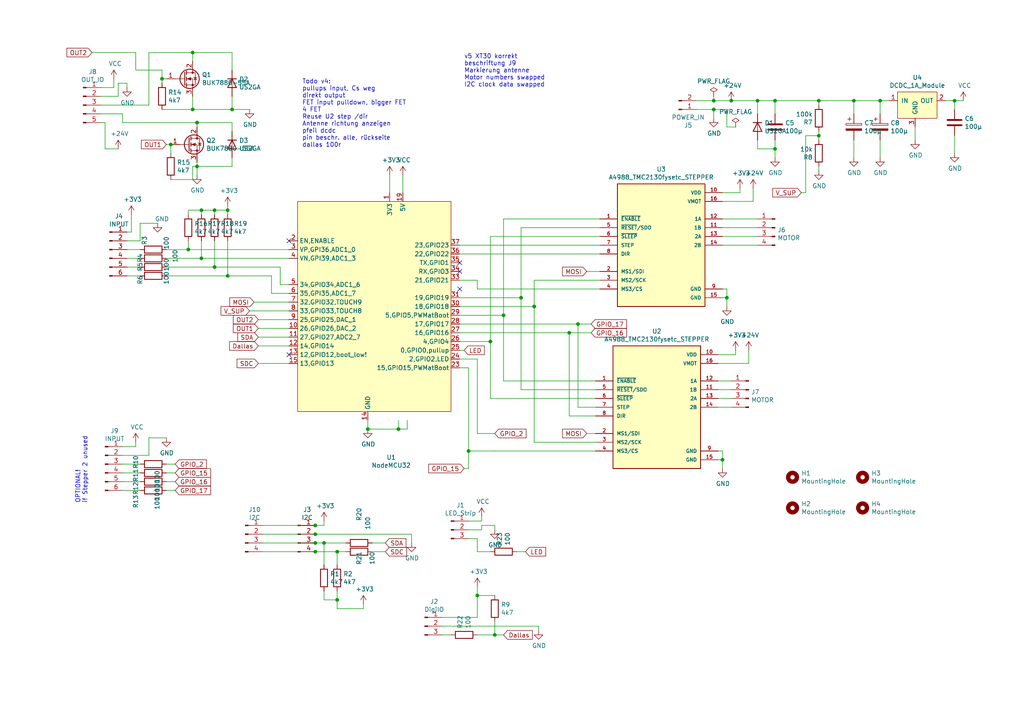
<source format=kicad_sch>
(kicad_sch (version 20231120) (generator "eeschema") (generator_version "8.0")
  (paper "A4")
  (title_block (title "2 Steppers ESP32") (date "2023-03-25") (rev "v5"))
  (lib_symbols
    (symbol "2SteppersESP32-rescue:+24V-power" (power) (pin_names (offset 0))
      (property "Value" "power_+24V" (at 0 3.556 0))
      (symbol "+24V-power_1_1"
        (pin power_in line (at 0 0 90) (length 0) hide (name "+24V") (number "1"))
      )
    )
    (symbol "2SteppersESP32-rescue:+3V3-power" (power) (pin_names (offset 0))
      (property "Value" "power_+3V3" (at 0 3.556 0))
      (symbol "+3V3-power_1_1"
        (pin power_in line (at 0 0 90) (length 0) hide (name "+3V3") (number "1"))
      )
    )
    (symbol "2SteppersESP32-rescue:A4988_TMC2130fysetc_STEPPER-my_parts" (pin_names (offset 1.016))
      (property "Reference" "U" (at -12.7 19.05 0))
      (property "Value" "my_parts_A4988_TMC2130fysetc_STEPPER" (at -12.7 -21.59 0))
      (symbol "A4988_TMC2130fysetc_STEPPER-my_parts_0_0"
        (pin input line (at -17.78 7.62 0) (length 5.08) (name "~{ENABLE}") (number "1"))
        (pin power_in line (at 17.78 15.24 180) (length 5.08) (name "VDD") (number "10"))
        (pin output line (at 17.78 5.08 180) (length 5.08) (name "1B") (number "11"))
        (pin output line (at 17.78 7.62 180) (length 5.08) (name "1A") (number "12"))
        (pin output line (at 17.78 2.54 180) (length 5.08) (name "2A") (number "13"))
        (pin output line (at 17.78 0 180) (length 5.08) (name "2B") (number "14"))
        (pin power_in line (at 17.78 -15.24 180) (length 5.08) (name "GND") (number "15"))
        (pin power_in line (at 17.78 12.7 180) (length 5.08) (name "VMOT") (number "16"))
        (pin input line (at -17.78 -7.62 0) (length 5.08) (name "MS1/SDI") (number "2"))
        (pin input line (at -17.78 -10.16 0) (length 5.08) (name "MS2/SCK") (number "3"))
        (pin input line (at -17.78 -12.7 0) (length 5.08) (name "MS3/CS") (number "4"))
        (pin input line (at -17.78 5.08 0) (length 5.08) (name "~{RESET}/SDO") (number "5"))
        (pin input line (at -17.78 2.54 0) (length 5.08) (name "~{SLEEP}") (number "6"))
        (pin input line (at -17.78 0 0) (length 5.08) (name "STEP") (number "7"))
        (pin input line (at -17.78 -2.54 0) (length 5.08) (name "DIR") (number "8"))
        (pin power_in line (at 17.78 -12.7 180) (length 5.08) (name "GND") (number "9"))
      )
    )
    (symbol "2SteppersESP32-rescue:CP-Device" (pin_numbers hide) (pin_names (offset 0.254))
      (property "Reference" "C" (at 0.635 2.54 0))
      (property "Value" "Device_CP" (at 0.635 -2.54 0))
      (symbol "CP-Device_1_1"
        (pin passive line (at 0 3.81 270) (length 2.794) (name "~") (number "1"))
        (pin passive line (at 0 -3.81 90) (length 2.794) (name "~") (number "2"))
      )
    )
    (symbol "2SteppersESP32-rescue:Conn_01x02_Male-Connector" (pin_names (offset 1.016) hide)
      (property "Reference" "J" (at 0 2.54 0))
      (property "Value" "Connector_Conn_01x02_Male" (at 0 -5.08 0))
      (symbol "Conn_01x02_Male-Connector_1_1"
        (pin passive line (at 5.08 0 180) (length 3.81) (name "Pin_1") (number "1"))
        (pin passive line (at 5.08 -2.54 180) (length 3.81) (name "Pin_2") (number "2"))
      )
    )
    (symbol "2SteppersESP32-rescue:Conn_01x03_Male-Connector" (pin_names (offset 1.016) hide)
      (property "Reference" "J" (at 0 5.08 0))
      (property "Value" "Connector_Conn_01x03_Male" (at 0 -5.08 0))
      (symbol "Conn_01x03_Male-Connector_1_1"
        (pin passive line (at 5.08 2.54 180) (length 3.81) (name "Pin_1") (number "1"))
        (pin passive line (at 5.08 0 180) (length 3.81) (name "Pin_2") (number "2"))
        (pin passive line (at 5.08 -2.54 180) (length 3.81) (name "Pin_3") (number "3"))
      )
    )
    (symbol "2SteppersESP32-rescue:Conn_01x04_Male-Connector" (pin_names (offset 1.016) hide)
      (property "Reference" "J" (at 0 5.08 0))
      (property "Value" "Connector_Conn_01x04_Male" (at 0 -7.62 0))
      (symbol "Conn_01x04_Male-Connector_1_1"
        (pin passive line (at 5.08 2.54 180) (length 3.81) (name "Pin_1") (number "1"))
        (pin passive line (at 5.08 0 180) (length 3.81) (name "Pin_2") (number "2"))
        (pin passive line (at 5.08 -2.54 180) (length 3.81) (name "Pin_3") (number "3"))
        (pin passive line (at 5.08 -5.08 180) (length 3.81) (name "Pin_4") (number "4"))
      )
    )
    (symbol "2SteppersESP32-rescue:Conn_01x05_Male-Connector" (pin_names (offset 1.016) hide)
      (property "Reference" "J" (at 0 7.62 0))
      (property "Value" "Connector_Conn_01x05_Male" (at 0 -7.62 0))
      (symbol "Conn_01x05_Male-Connector_1_1"
        (pin passive line (at 5.08 5.08 180) (length 3.81) (name "Pin_1") (number "1"))
        (pin passive line (at 5.08 2.54 180) (length 3.81) (name "Pin_2") (number "2"))
        (pin passive line (at 5.08 0 180) (length 3.81) (name "Pin_3") (number "3"))
        (pin passive line (at 5.08 -2.54 180) (length 3.81) (name "Pin_4") (number "4"))
        (pin passive line (at 5.08 -5.08 180) (length 3.81) (name "Pin_5") (number "5"))
      )
    )
    (symbol "2SteppersESP32-rescue:Conn_01x06_Male-Connector" (pin_names (offset 1.016) hide)
      (property "Reference" "J" (at 0 7.62 0))
      (property "Value" "Connector_Conn_01x06_Male" (at 0 -10.16 0))
      (symbol "Conn_01x06_Male-Connector_1_1"
        (pin passive line (at 5.08 5.08 180) (length 3.81) (name "Pin_1") (number "1"))
        (pin passive line (at 5.08 2.54 180) (length 3.81) (name "Pin_2") (number "2"))
        (pin passive line (at 5.08 0 180) (length 3.81) (name "Pin_3") (number "3"))
        (pin passive line (at 5.08 -2.54 180) (length 3.81) (name "Pin_4") (number "4"))
        (pin passive line (at 5.08 -5.08 180) (length 3.81) (name "Pin_5") (number "5"))
        (pin passive line (at 5.08 -7.62 180) (length 3.81) (name "Pin_6") (number "6"))
      )
    )
    (symbol "2SteppersESP32-rescue:DCDC_1A_Module-my_parts" (pin_names (offset 1.016))
      (property "Reference" "U" (at 12.7 0 0))
      (property "Value" "my_parts_DCDC_1A_Module" (at 12.7 0 0))
      (symbol "DCDC_1A_Module-my_parts_1_1"
        (pin power_in line (at -7.62 7.62 0) (length 2.54) (name "IN") (number "1"))
        (pin power_out line (at 8.89 7.62 180) (length 2.54) (name "OUT") (number "2"))
        (pin power_in line (at 0 0 90) (length 2.54) (name "GND") (number "3"))
      )
    )
    (symbol "2SteppersESP32-rescue:GND-power" (power) (pin_names (offset 0))
      (property "Value" "power_GND" (at 0 -3.81 0))
      (symbol "GND-power_1_1"
        (pin power_in line (at 0 0 270) (length 0) hide (name "GND") (number "1"))
      )
    )
    (symbol "2SteppersESP32-rescue:NodeMCU32-my_parts"
      (property "Reference" "U" (at 17.78 -31.75 0))
      (property "Value" "NodeMCU32-my_parts" (at -15.24 -33.02 0))
      (symbol "NodeMCU32-my_parts_1_1"
        (pin power_out line (at 2.54 33.02 270) (length 2.54) (name "3V3") (number "1"))
        (pin bidirectional line (at -26.67 -6.35 0) (length 2.54) (name "26,GPIO26,DAC_2") (number "10"))
        (pin bidirectional line (at -26.67 -8.89 0) (length 2.54) (name "27,GPIO27,ADC2_7") (number "11"))
        (pin bidirectional line (at -26.67 -11.43 0) (length 2.54) (name "14,GPIO14") (number "12"))
        (pin bidirectional line (at -26.67 -13.97 0) (length 2.54) (name "12,GPIO12,boot_low!") (number "13"))
        (pin power_in line (at -3.81 -33.02 90) (length 2.54) (name "GND") (number "14"))
        (pin bidirectional line (at -26.67 -16.51 0) (length 2.54) (name "13,GPIO13") (number "15"))
        (pin no_connect line (at -26.67 -19.05 0) (length 2.54) hide (name "D2,GPIO9,FLASH") (number "16"))
        (pin no_connect line (at -26.67 -21.59 0) (length 2.54) hide (name "D3,GPIO10,FLASH") (number "17"))
        (pin no_connect line (at -26.67 -24.13 0) (length 2.54) hide (name "GPIO11") (number "18"))
        (pin power_in line (at 6.35 33.02 270) (length 2.54) (name "5V") (number "19"))
        (pin input line (at -26.67 19.05 0) (length 2.54) (name "EN,ENABLE") (number "2"))
        (pin no_connect line (at 22.86 -25.4 180) (length 2.54) hide (name "CLK") (number "20"))
        (pin no_connect line (at 22.86 -22.86 180) (length 2.54) hide (name "SD0") (number "21"))
        (pin no_connect line (at 22.86 -20.32 180) (length 2.54) hide (name "SD1") (number "22"))
        (pin bidirectional line (at 22.86 -17.78 180) (length 2.54) (name "15,GPIO15,PWMatBoot") (number "23"))
        (pin bidirectional line (at 22.86 -15.24 180) (length 2.54) (name "2,GPIO2,LED") (number "24"))
        (pin bidirectional line (at 22.86 -12.7 180) (length 2.54) (name "0,GPIO0,pullup") (number "25"))
        (pin bidirectional line (at 22.86 -10.16 180) (length 2.54) (name "4,GPIO4") (number "26"))
        (pin bidirectional line (at 22.86 -7.62 180) (length 2.54) (name "16,GPIO16") (number "27"))
        (pin bidirectional line (at 22.86 -5.08 180) (length 2.54) (name "17,GPIO17") (number "28"))
        (pin bidirectional line (at 22.86 -2.54 180) (length 2.54) (name "5,GPIO5,PWMatBoot") (number "29"))
        (pin input line (at -26.67 16.51 0) (length 2.54) (name "VP,GPI36,ADC1_0") (number "3"))
        (pin bidirectional line (at 22.86 0 180) (length 2.54) (name "18,GPIO18") (number "30"))
        (pin bidirectional line (at 22.86 2.54 180) (length 2.54) (name "19,GPIO19") (number "31"))
        (pin bidirectional line (at 22.86 5.08 180) (length 2.54) hide (name "GND") (number "32"))
        (pin bidirectional line (at 22.86 7.62 180) (length 2.54) (name "21,GPIO21") (number "33"))
        (pin bidirectional line (at 22.86 10.16 180) (length 2.54) (name "RX,GPIO3") (number "34"))
        (pin bidirectional line (at 22.86 12.7 180) (length 2.54) (name "TX,GPIO1") (number "35"))
        (pin bidirectional line (at 22.86 15.24 180) (length 2.54) (name "22,GPIO22") (number "36"))
        (pin bidirectional line (at 22.86 17.78 180) (length 2.54) (name "23,GPIO23") (number "37"))
        (pin power_in line (at 7.62 -33.02 90) (length 2.54) hide (name "GND") (number "38"))
        (pin input line (at -26.67 13.97 0) (length 2.54) (name "VN,GPI39,ADC1_3") (number "4"))
        (pin bidirectional line (at -26.67 6.35 0) (length 2.54) (name "34,GPIO34,ADC1_6") (number "5"))
        (pin input line (at -26.67 3.81 0) (length 2.54) (name "35,GPI35,ADC1_7") (number "6"))
        (pin bidirectional line (at -26.67 1.27 0) (length 2.54) (name "32,GPIO32,TOUCH9") (number "7"))
        (pin bidirectional line (at -26.67 -1.27 0) (length 2.54) (name "33,GPIO33,TOUCH8") (number "8"))
        (pin bidirectional line (at -26.67 -3.81 0) (length 2.54) (name "25,GPIO25,DAC_1") (number "9"))
      )
    )
    (symbol "2SteppersESP32-rescue:PWR_FLAG-power" (power) (pin_numbers hide) (pin_names (offset 0) hide)
      (property "Value" "power_PWR_FLAG" (at 0 3.81 0))
      (symbol "PWR_FLAG-power_0_0"
        (pin power_out line (at 0 0 90) (length 0) (name "pwr") (number "1"))
      )
    )
    (symbol "2SteppersESP32-rescue:VCC-power" (power) (pin_names (offset 0))
      (property "Value" "power_VCC" (at 0 3.81 0))
      (symbol "VCC-power_1_1"
        (pin power_in line (at 0 0 90) (length 0) hide (name "VCC") (number "1"))
      )
    )
    (symbol "Device:C" (pin_numbers hide) (pin_names (offset 0.254))
      (property "Reference" "C" (at 0.635 2.54 0))
      (property "Value" "C" (at 0.635 -2.54 0))
      (symbol "C_1_1"
        (pin passive line (at 0 3.81 270) (length 2.794) (name "~") (number "1"))
        (pin passive line (at 0 -3.81 90) (length 2.794) (name "~") (number "2"))
      )
    )
    (symbol "Device:R" (pin_numbers hide) (pin_names (offset 0))
      (property "Reference" "R" (at 2.032 0 90))
      (property "Value" "R" (at 0 0 90))
      (symbol "R_1_1"
        (pin passive line (at 0 3.81 270) (length 1.27) (name "~") (number "1"))
        (pin passive line (at 0 -3.81 90) (length 1.27) (name "~") (number "2"))
      )
    )
    (symbol "Diode:US2GA" (pin_numbers hide) (pin_names hide)
      (property "Reference" "D" (at 0 2.54 0))
      (property "Value" "US2GA" (at 0 -2.54 0))
      (symbol "US2GA_1_1"
        (pin passive line (at -3.81 0 0) (length 2.54) (name "K") (number "1"))
        (pin passive line (at 3.81 0 180) (length 2.54) (name "A") (number "2"))
      )
    )
    (symbol "Mechanical:MountingHole" (pin_names (offset 1.016)) (exclude_from_sim yes) (in_bom no)
      (property "Reference" "H" (at 0 5.08 0))
      (property "Value" "MountingHole" (at 0 3.175 0))
    )
    (symbol "Transistor_FET:BUK7880-55A" (pin_names hide)
      (property "Reference" "Q" (at 5.08 1.905 0))
      (property "Value" "BUK7880-55A" (at 5.08 0 0))
      (symbol "BUK7880-55A_1_1"
        (pin input line (at -5.08 0 0) (length 2.54) (name "G") (number "1"))
        (pin passive line (at 2.54 5.08 270) (length 2.54) (name "D") (number "2"))
        (pin passive line (at 2.54 -5.08 90) (length 2.54) (name "S") (number "3"))
      )
    )
  )
  (junction (at 58.42 74.93))
  (junction (at 138.43 172.72))
  (junction (at 207.01 31.75))
  (junction (at 151.13 86.36))
  (junction (at 115.57 124.46))
  (junction (at 58.42 60.96))
  (junction (at 207.01 29.21))
  (junction (at 154.94 88.9))
  (junction (at 97.79 160.02))
  (junction (at 237.49 29.21))
  (junction (at 54.61 72.39))
  (junction (at 49.53 41.91))
  (junction (at 143.51 184.15))
  (junction (at 224.79 29.21))
  (junction (at 62.23 77.47))
  (junction (at 135.89 130.81))
  (junction (at 146.05 91.44))
  (junction (at 237.49 39.37))
  (junction (at 255.27 29.21))
  (junction (at 209.55 133.35))
  (junction (at 97.79 173.99))
  (junction (at 66.04 80.01))
  (junction (at 93.98 157.48))
  (junction (at 91.44 152.4))
  (junction (at 210.82 86.36))
  (junction (at 276.86 29.21))
  (junction (at 106.68 124.46))
  (junction (at 167.64 93.98))
  (junction (at 165.1 96.52))
  (junction (at 212.09 29.21))
  (junction (at 91.44 157.48))
  (junction (at 55.88 15.24))
  (junction (at 91.44 154.94))
  (junction (at 66.04 60.96))
  (junction (at 57.15 35.56))
  (junction (at 142.24 99.06))
  (junction (at 46.99 22.86))
  (junction (at 91.44 160.02))
  (junction (at 67.31 31.75))
  (junction (at 62.23 60.96))
  (junction (at 219.71 29.21))
  (junction (at 224.79 43.18))
  (junction (at 57.15 48.26))
  (junction (at 55.88 31.75))
  (junction (at 247.65 29.21))
  (no_connect (at 83.82 102.87))
  (no_connect (at 133.35 76.2))
  (no_connect (at 133.35 83.82))
  (no_connect (at 133.35 78.74))
  (no_connect (at 83.82 69.85))
  (wire (pts (xy 58.42 60.96) (xy 62.23 60.96)))
  (wire (pts (xy 210.82 31.75) (xy 207.01 31.75)))
  (wire (pts (xy 91.44 154.94) (xy 119.38 154.94)))
  (wire (pts (xy 201.93 31.75) (xy 207.01 31.75)))
  (wire (pts (xy 35.56 137.16) (xy 40.64 137.16)))
  (wire (pts (xy 35.56 33.02) (xy 29.21 33.02)))
  (wire (pts (xy 143.51 184.15) (xy 146.05 184.15)))
  (wire (pts (xy 48.26 22.86) (xy 46.99 22.86)))
  (wire (pts (xy 133.35 81.28) (xy 138.43 81.28)))
  (wire (pts (xy 224.79 29.21) (xy 237.49 29.21)))
  (wire (pts (xy 49.53 52.07) (xy 55.88 52.07)))
  (wire (pts (xy 29.21 35.56) (xy 30.48 35.56)))
  (wire (pts (xy 78.74 85.09) (xy 83.82 85.09)))
  (wire (pts (xy 149.86 160.02) (xy 152.4 160.02)))
  (wire (pts (xy 233.68 39.37) (xy 237.49 39.37)))
  (wire (pts (xy 143.51 172.72) (xy 138.43 172.72)))
  (wire (pts (xy 55.88 15.24) (xy 55.88 17.78)))
  (wire (pts (xy 83.82 100.33) (xy 74.93 100.33)))
  (wire (pts (xy 143.51 180.34) (xy 143.51 184.15)))
  (wire (pts (xy 255.27 40.64) (xy 255.27 45.72)))
  (wire (pts (xy 91.44 157.48) (xy 93.98 157.48)))
  (wire (pts (xy 135.89 153.67) (xy 139.7 153.67)))
  (wire (pts (xy 50.8 134.62) (xy 48.26 134.62)))
  (wire (pts (xy 48.26 80.01) (xy 66.04 80.01)))
  (wire (pts (xy 138.43 156.21) (xy 138.43 160.02)))
  (wire (pts (xy 142.24 115.57) (xy 172.72 115.57)))
  (wire (pts (xy 255.27 29.21) (xy 257.81 29.21)))
  (wire (pts (xy 172.72 113.03) (xy 151.13 113.03)))
  (wire (pts (xy 143.51 153.67) (xy 143.51 152.4)))
  (wire (pts (xy 213.36 36.83) (xy 210.82 36.83)))
  (wire (pts (xy 91.44 160.02) (xy 97.79 160.02)))
  (wire (pts (xy 237.49 49.53) (xy 237.49 48.26)))
  (wire (pts (xy 105.41 176.53) (xy 105.41 175.26)))
  (wire (pts (xy 57.15 35.56) (xy 57.15 36.83)))
  (wire (pts (xy 133.35 88.9) (xy 154.94 88.9)))
  (wire (pts (xy 210.82 83.82) (xy 210.82 86.36)))
  (wire (pts (xy 36.83 24.13) (xy 34.29 24.13)))
  (wire (pts (xy 115.57 124.46) (xy 115.57 121.92)))
  (wire (pts (xy 72.39 31.75) (xy 67.31 31.75)))
  (wire (pts (xy 207.01 29.21) (xy 212.09 29.21)))
  (wire (pts (xy 36.83 77.47) (xy 40.64 77.47)))
  (wire (pts (xy 209.55 133.35) (xy 208.28 133.35)))
  (wire (pts (xy 247.65 29.21) (xy 255.27 29.21)))
  (wire (pts (xy 210.82 88.9) (xy 210.82 86.36)))
  (wire (pts (xy 219.71 29.21) (xy 224.79 29.21)))
  (wire (pts (xy 40.64 74.93) (xy 36.83 74.93)))
  (wire (pts (xy 36.83 67.31) (xy 38.1 67.31)))
  (wire (pts (xy 67.31 27.94) (xy 67.31 31.75)))
  (wire (pts (xy 139.7 152.4) (xy 143.51 152.4)))
  (wire (pts (xy 81.28 82.55) (xy 83.82 82.55)))
  (wire (pts (xy 91.44 152.4) (xy 93.98 152.4)))
  (wire (pts (xy 133.35 101.6) (xy 134.62 101.6)))
  (wire (pts (xy 97.79 173.99) (xy 97.79 171.45)))
  (wire (pts (xy 58.42 60.96) (xy 58.42 62.23)))
  (wire (pts (xy 57.15 46.99) (xy 57.15 48.26)))
  (wire (pts (xy 78.74 80.01) (xy 78.74 85.09)))
  (wire (pts (xy 207.01 31.75) (xy 207.01 34.29)))
  (wire (pts (xy 39.37 20.32) (xy 46.99 20.32)))
  (wire (pts (xy 209.55 71.12) (xy 219.71 71.12)))
  (wire (pts (xy 81.28 82.55) (xy 81.28 77.47)))
  (wire (pts (xy 133.35 99.06) (xy 142.24 99.06)))
  (wire (pts (xy 39.37 15.24) (xy 39.37 20.32)))
  (wire (pts (xy 48.26 41.91) (xy 49.53 41.91)))
  (wire (pts (xy 133.35 86.36) (xy 151.13 86.36)))
  (wire (pts (xy 50.8 137.16) (xy 48.26 137.16)))
  (wire (pts (xy 218.44 58.42) (xy 218.44 54.61)))
  (wire (pts (xy 133.35 71.12) (xy 173.99 71.12)))
  (wire (pts (xy 276.86 44.45) (xy 276.86 39.37)))
  (wire (pts (xy 167.64 118.11) (xy 172.72 118.11)))
  (wire (pts (xy 139.7 151.13) (xy 139.7 149.86)))
  (wire (pts (xy 154.94 88.9) (xy 154.94 81.28)))
  (wire (pts (xy 138.43 125.73) (xy 143.51 125.73)))
  (wire (pts (xy 247.65 45.72) (xy 247.65 40.64)))
  (wire (pts (xy 138.43 179.07) (xy 138.43 172.72)))
  (wire (pts (xy 34.29 27.94) (xy 29.21 27.94)))
  (wire (pts (xy 210.82 36.83) (xy 210.82 31.75)))
  (wire (pts (xy 35.56 132.08) (xy 43.18 132.08)))
  (wire (pts (xy 50.8 139.7) (xy 48.26 139.7)))
  (wire (pts (xy 43.18 15.24) (xy 55.88 15.24)))
  (wire (pts (xy 208.28 110.49) (xy 212.09 110.49)))
  (wire (pts (xy 209.55 63.5) (xy 219.71 63.5)))
  (wire (pts (xy 165.1 120.65) (xy 165.1 96.52)))
  (wire (pts (xy 57.15 48.26) (xy 57.15 50.8)))
  (wire (pts (xy 67.31 20.32) (xy 67.31 15.24)))
  (wire (pts (xy 54.61 60.96) (xy 58.42 60.96)))
  (wire (pts (xy 33.02 25.4) (xy 33.02 22.86)))
  (wire (pts (xy 214.63 55.88) (xy 214.63 54.61)))
  (wire (pts (xy 172.72 128.27) (xy 154.94 128.27)))
  (wire (pts (xy 217.17 105.41) (xy 217.17 101.6)))
  (wire (pts (xy 29.21 30.48) (xy 43.18 30.48)))
  (wire (pts (xy 54.61 72.39) (xy 83.82 72.39)))
  (wire (pts (xy 76.2 157.48) (xy 91.44 157.48)))
  (wire (pts (xy 209.55 66.04) (xy 219.71 66.04)))
  (wire (pts (xy 35.56 35.56) (xy 35.56 33.02)))
  (wire (pts (xy 138.43 83.82) (xy 173.99 83.82)))
  (wire (pts (xy 135.89 130.81) (xy 172.72 130.81)))
  (wire (pts (xy 40.64 80.01) (xy 36.83 80.01)))
  (wire (pts (xy 40.64 64.77) (xy 45.72 64.77)))
  (wire (pts (xy 201.93 29.21) (xy 207.01 29.21)))
  (wire (pts (xy 167.64 93.98) (xy 171.45 93.98)))
  (wire (pts (xy 55.88 48.26) (xy 57.15 48.26)))
  (wire (pts (xy 128.27 184.15) (xy 130.81 184.15)))
  (wire (pts (xy 97.79 163.83) (xy 97.79 160.02)))
  (wire (pts (xy 30.48 35.56) (xy 30.48 43.18)))
  (wire (pts (xy 36.83 69.85) (xy 40.64 69.85)))
  (wire (pts (xy 172.72 120.65) (xy 165.1 120.65)))
  (wire (pts (xy 209.55 83.82) (xy 210.82 83.82)))
  (wire (pts (xy 83.82 95.25) (xy 74.93 95.25)))
  (wire (pts (xy 208.28 118.11) (xy 212.09 118.11)))
  (wire (pts (xy 237.49 29.21) (xy 247.65 29.21)))
  (wire (pts (xy 46.99 24.13) (xy 46.99 22.86)))
  (wire (pts (xy 274.32 29.21) (xy 276.86 29.21)))
  (wire (pts (xy 50.8 142.24) (xy 48.26 142.24)))
  (wire (pts (xy 48.26 72.39) (xy 54.61 72.39)))
  (wire (pts (xy 40.64 139.7) (xy 35.56 139.7)))
  (wire (pts (xy 146.05 91.44) (xy 146.05 63.5)))
  (wire (pts (xy 46.99 20.32) (xy 46.99 22.86)))
  (wire (pts (xy 93.98 173.99) (xy 97.79 173.99)))
  (wire (pts (xy 138.43 184.15) (xy 143.51 184.15)))
  (wire (pts (xy 35.56 142.24) (xy 40.64 142.24)))
  (wire (pts (xy 142.24 99.06) (xy 142.24 115.57)))
  (wire (pts (xy 66.04 60.96) (xy 62.23 60.96)))
  (wire (pts (xy 74.93 97.79) (xy 83.82 97.79)))
  (wire (pts (xy 49.53 44.45) (xy 49.53 41.91)))
  (wire (pts (xy 133.35 104.14) (xy 138.43 104.14)))
  (wire (pts (xy 57.15 48.26) (xy 67.31 48.26)))
  (wire (pts (xy 247.65 33.02) (xy 247.65 29.21)))
  (wire (pts (xy 151.13 86.36) (xy 151.13 66.04)))
  (wire (pts (xy 208.28 115.57) (xy 212.09 115.57)))
  (wire (pts (xy 210.82 86.36) (xy 209.55 86.36)))
  (wire (pts (xy 93.98 152.4) (xy 93.98 151.13)))
  (wire (pts (xy 91.44 160.02) (xy 76.2 160.02)))
  (wire (pts (xy 165.1 96.52) (xy 171.45 96.52)))
  (wire (pts (xy 255.27 29.21) (xy 255.27 33.02)))
  (wire (pts (xy 138.43 104.14) (xy 138.43 125.73)))
  (wire (pts (xy 66.04 69.85) (xy 66.04 80.01)))
  (wire (pts (xy 133.35 106.68) (xy 135.89 106.68)))
  (wire (pts (xy 219.71 33.02) (xy 219.71 29.21)))
  (wire (pts (xy 217.17 105.41) (xy 208.28 105.41)))
  (wire (pts (xy 146.05 110.49) (xy 146.05 91.44)))
  (wire (pts (xy 40.64 134.62) (xy 35.56 134.62)))
  (wire (pts (xy 119.38 157.48) (xy 119.38 154.94)))
  (wire (pts (xy 212.09 29.21) (xy 219.71 29.21)))
  (wire (pts (xy 134.62 135.89) (xy 135.89 135.89)))
  (wire (pts (xy 167.64 93.98) (xy 167.64 118.11)))
  (wire (pts (xy 139.7 153.67) (xy 139.7 152.4)))
  (wire (pts (xy 34.29 24.13) (xy 34.29 27.94)))
  (wire (pts (xy 54.61 69.85) (xy 54.61 72.39)))
  (wire (pts (xy 38.1 67.31) (xy 38.1 62.23)))
  (wire (pts (xy 276.86 29.21) (xy 279.4 29.21)))
  (wire (pts (xy 54.61 62.23) (xy 54.61 60.96)))
  (wire (pts (xy 237.49 39.37) (xy 237.49 38.1)))
  (wire (pts (xy 233.68 55.88) (xy 233.68 39.37)))
  (wire (pts (xy 224.79 45.72) (xy 224.79 43.18)))
  (wire (pts (xy 106.68 121.92) (xy 106.68 124.46)))
  (wire (pts (xy 48.26 74.93) (xy 58.42 74.93)))
  (wire (pts (xy 58.42 74.93) (xy 83.82 74.93)))
  (wire (pts (xy 62.23 69.85) (xy 62.23 77.47)))
  (wire (pts (xy 209.55 130.81) (xy 209.55 133.35)))
  (wire (pts (xy 142.24 68.58) (xy 142.24 99.06)))
  (wire (pts (xy 66.04 60.96) (xy 66.04 62.23)))
  (wire (pts (xy 133.35 91.44) (xy 146.05 91.44)))
  (wire (pts (xy 138.43 172.72) (xy 138.43 170.18)))
  (wire (pts (xy 66.04 59.69) (xy 66.04 60.96)))
  (wire (pts (xy 276.86 31.75) (xy 276.86 29.21)))
  (wire (pts (xy 173.99 68.58) (xy 142.24 68.58)))
  (wire (pts (xy 83.82 105.41) (xy 74.93 105.41)))
  (wire (pts (xy 154.94 81.28) (xy 173.99 81.28)))
  (wire (pts (xy 138.43 81.28) (xy 138.43 83.82)))
  (wire (pts (xy 35.56 129.54) (xy 39.37 129.54)))
  (wire (pts (xy 116.84 50.8) (xy 116.84 55.88)))
  (wire (pts (xy 58.42 69.85) (xy 58.42 74.93)))
  (wire (pts (xy 207.01 27.94) (xy 207.01 29.21)))
  (wire (pts (xy 74.93 92.71) (xy 83.82 92.71)))
  (wire (pts (xy 209.55 58.42) (xy 218.44 58.42)))
  (wire (pts (xy 113.03 50.8) (xy 113.03 55.88)))
  (wire (pts (xy 36.83 25.4) (xy 36.83 24.13)))
  (wire (pts (xy 26.67 15.24) (xy 39.37 15.24)))
  (wire (pts (xy 151.13 66.04) (xy 173.99 66.04)))
  (wire (pts (xy 209.55 68.58) (xy 219.71 68.58)))
  (wire (pts (xy 208.28 102.87) (xy 213.36 102.87)))
  (wire (pts (xy 209.55 135.89) (xy 209.55 133.35)))
  (wire (pts (xy 209.55 55.88) (xy 214.63 55.88)))
  (wire (pts (xy 219.71 43.18) (xy 224.79 43.18)))
  (wire (pts (xy 66.04 80.01) (xy 78.74 80.01)))
  (wire (pts (xy 224.79 43.18) (xy 224.79 40.64)))
  (wire (pts (xy 106.68 124.46) (xy 115.57 124.46)))
  (wire (pts (xy 43.18 127) (xy 48.26 127)))
  (wire (pts (xy 43.18 132.08) (xy 43.18 127)))
  (wire (pts (xy 35.56 35.56) (xy 57.15 35.56)))
  (wire (pts (xy 224.79 33.02) (xy 224.79 29.21)))
  (wire (pts (xy 118.11 124.46) (xy 118.11 121.92)))
  (wire (pts (xy 43.18 30.48) (xy 43.18 15.24)))
  (wire (pts (xy 219.71 40.64) (xy 219.71 43.18)))
  (wire (pts (xy 172.72 110.49) (xy 146.05 110.49)))
  (wire (pts (xy 91.44 154.94) (xy 76.2 154.94)))
  (wire (pts (xy 36.83 72.39) (xy 40.64 72.39)))
  (wire (pts (xy 151.13 113.03) (xy 151.13 86.36)))
  (wire (pts (xy 237.49 30.48) (xy 237.49 29.21)))
  (wire (pts (xy 67.31 38.1) (xy 67.31 35.56)))
  (wire (pts (xy 97.79 176.53) (xy 97.79 173.99)))
  (wire (pts (xy 135.89 106.68) (xy 135.89 130.81)))
  (wire (pts (xy 97.79 176.53) (xy 105.41 176.53)))
  (wire (pts (xy 67.31 35.56) (xy 57.15 35.56)))
  (wire (pts (xy 55.88 31.75) (xy 67.31 31.75)))
  (wire (pts (xy 208.28 130.81) (xy 209.55 130.81)))
  (wire (pts (xy 107.95 157.48) (xy 111.76 157.48)))
  (wire (pts (xy 135.89 156.21) (xy 138.43 156.21)))
  (wire (pts (xy 133.35 73.66) (xy 173.99 73.66)))
  (wire (pts (xy 111.76 160.02) (xy 107.95 160.02)))
  (wire (pts (xy 62.23 77.47) (xy 81.28 77.47)))
  (wire (pts (xy 135.89 135.89) (xy 135.89 130.81)))
  (wire (pts (xy 30.48 43.18) (xy 34.29 43.18)))
  (wire (pts (xy 232.41 55.88) (xy 233.68 55.88)))
  (wire (pts (xy 67.31 48.26) (xy 67.31 45.72)))
  (wire (pts (xy 83.82 87.63) (xy 73.66 87.63)))
  (wire (pts (xy 156.21 181.61) (xy 156.21 182.88)))
  (wire (pts (xy 213.36 102.87) (xy 213.36 101.6)))
  (wire (pts (xy 29.21 25.4) (xy 33.02 25.4)))
  (wire (pts (xy 93.98 163.83) (xy 93.98 157.48)))
  (wire (pts (xy 46.99 31.75) (xy 55.88 31.75)))
  (wire (pts (xy 237.49 40.64) (xy 237.49 39.37)))
  (wire (pts (xy 146.05 63.5) (xy 173.99 63.5)))
  (wire (pts (xy 93.98 157.48) (xy 100.33 157.48)))
  (wire (pts (xy 115.57 124.46) (xy 118.11 124.46)))
  (wire (pts (xy 138.43 160.02) (xy 142.24 160.02)))
  (wire (pts (xy 133.35 93.98) (xy 167.64 93.98)))
  (wire (pts (xy 128.27 179.07) (xy 138.43 179.07)))
  (wire (pts (xy 172.72 125.73) (xy 170.18 125.73)))
  (wire (pts (xy 97.79 160.02) (xy 100.33 160.02)))
  (wire (pts (xy 55.88 27.94) (xy 55.88 31.75)))
  (wire (pts (xy 154.94 128.27) (xy 154.94 88.9)))
  (wire (pts (xy 72.39 90.17) (xy 83.82 90.17)))
  (wire (pts (xy 48.26 77.47) (xy 62.23 77.47)))
  (wire (pts (xy 208.28 113.03) (xy 212.09 113.03)))
  (wire (pts (xy 40.64 69.85) (xy 40.64 64.77)))
  (wire (pts (xy 55.88 15.24) (xy 67.31 15.24)))
  (wire (pts (xy 62.23 60.96) (xy 62.23 62.23)))
  (wire (pts (xy 39.37 129.54) (xy 39.37 128.27)))
  (wire (pts (xy 265.43 36.83) (xy 265.43 40.64)))
  (wire (pts (xy 76.2 152.4) (xy 91.44 152.4)))
  (wire (pts (xy 55.88 52.07) (xy 55.88 48.26)))
  (wire (pts (xy 93.98 171.45) (xy 93.98 173.99)))
  (wire (pts (xy 165.1 96.52) (xy 133.35 96.52)))
  (wire (pts (xy 128.27 181.61) (xy 156.21 181.61)))
  (wire (pts (xy 170.18 78.74) (xy 173.99 78.74)))
  (wire (pts (xy 135.89 151.13) (xy 139.7 151.13)))
  (text "v5 XT30 korrekt\nbeschriftung J9\nMarkierung antenne\nMotor numbers swapped\nI2C clock data swapped" (at 134.62 25.4 0) (effects (font (size 1.27 1.27)) (justify left bottom)))
  (text "Todo v4:\npullups input, Cs weg\ndirekt output\nFET input pulldown, bigger FET\n4 FET\nReuse U2 step /dir\nAntenne richtung anzeigen\npfeil dcdc\npin beschr. alle, rückseite\ndallas 100r\n\n\n" (at 87.63 46.99 0) (effects (font (size 1.27 1.27)) (justify left bottom)))
  (text "OPTIONAL!\nif Stepper 2 unused" (at 25.4 146.05 90) (effects (font (size 1.27 1.27)) (justify left bottom)))
  (global_label "GPIO_17" (shape input) (at 50.8 142.24 0) (property "Intersheetrefs" "${INTERSHEET_REFS}" (effects (hide yes))))
  (global_label "GPIO_2" (shape input) (at 50.8 134.62 0) (property "Intersheetrefs" "${INTERSHEET_REFS}" (effects (hide yes))))
  (global_label "GPIO_17" (shape input) (at 171.45 93.98 0) (property "Intersheetrefs" "${INTERSHEET_REFS}" (effects (hide yes))))
  (global_label "LED" (shape input) (at 134.62 101.6 0) (property "Intersheetrefs" "${INTERSHEET_REFS}" (effects (hide yes))))
  (global_label "GPIO_16" (shape input) (at 171.45 96.52 0) (property "Intersheetrefs" "${INTERSHEET_REFS}" (effects (hide yes))))
  (global_label "GPIO_2" (shape input) (at 143.51 125.73 0) (property "Intersheetrefs" "${INTERSHEET_REFS}" (effects (hide yes))))
  (global_label "GPIO_15" (shape input) (at 134.62 135.89 180) (property "Intersheetrefs" "${INTERSHEET_REFS}" (effects (hide yes))))
  (global_label "V_SUP" (shape input) (at 72.39 90.17 180) (property "Intersheetrefs" "${INTERSHEET_REFS}" (effects (hide yes))))
  (global_label "SDA" (shape input) (at 111.76 157.48 0) (property "Intersheetrefs" "${INTERSHEET_REFS}" (effects (hide yes))))
  (global_label "MOSI" (shape input) (at 170.18 78.74 180) (property "Intersheetrefs" "${INTERSHEET_REFS}" (effects (hide yes))))
  (global_label "Dallas" (shape input) (at 74.93 100.33 180) (property "Intersheetrefs" "${INTERSHEET_REFS}" (effects (hide yes))))
  (global_label "OUT2" (shape input) (at 74.93 92.71 180) (property "Intersheetrefs" "${INTERSHEET_REFS}" (effects (hide yes))))
  (global_label "OUT1" (shape input) (at 48.26 41.91 180) (property "Intersheetrefs" "${INTERSHEET_REFS}" (effects (hide yes))))
  (global_label "SDA" (shape input) (at 74.93 97.79 180) (property "Intersheetrefs" "${INTERSHEET_REFS}" (effects (hide yes))))
  (global_label "SDC" (shape input) (at 74.93 105.41 180) (property "Intersheetrefs" "${INTERSHEET_REFS}" (effects (hide yes))))
  (global_label "MOSI" (shape input) (at 170.18 125.73 180) (property "Intersheetrefs" "${INTERSHEET_REFS}" (effects (hide yes))))
  (global_label "MOSI" (shape input) (at 73.66 87.63 180) (property "Intersheetrefs" "${INTERSHEET_REFS}" (effects (hide yes))))
  (global_label "GPIO_15" (shape input) (at 50.8 137.16 0) (property "Intersheetrefs" "${INTERSHEET_REFS}" (effects (hide yes))))
  (global_label "GPIO_16" (shape input) (at 50.8 139.7 0) (property "Intersheetrefs" "${INTERSHEET_REFS}" (effects (hide yes))))
  (global_label "Dallas" (shape input) (at 146.05 184.15 0) (property "Intersheetrefs" "${INTERSHEET_REFS}" (effects (hide yes))))
  (global_label "LED" (shape input) (at 152.4 160.02 0) (property "Intersheetrefs" "${INTERSHEET_REFS}" (effects (hide yes))))
  (global_label "V_SUP" (shape input) (at 232.41 55.88 180) (property "Intersheetrefs" "${INTERSHEET_REFS}" (effects (hide yes))))
  (global_label "OUT2" (shape input) (at 26.67 15.24 180) (property "Intersheetrefs" "${INTERSHEET_REFS}" (effects (hide yes))))
  (global_label "OUT1" (shape input) (at 74.93 95.25 180) (property "Intersheetrefs" "${INTERSHEET_REFS}" (effects (hide yes))))
  (global_label "SDC" (shape input) (at 111.76 160.02 0) (property "Intersheetrefs" "${INTERSHEET_REFS}" (effects (hide yes))))
  (symbol (lib_id "2SteppersESP32-rescue:A4988_TMC2130fysetc_STEPPER-my_parts") (at 191.77 71.12 0) (unit 1)
    (property "Reference" "U3" (at 191.77 49.0982 0))
    (property "Value" "A4988_TMC2130fysetc_STEPPER" (at 191.77 51.4096 0))
    (property "Footprint" "my_parts:MODULE_A4988_TMC2130_STEPPER" (effects (hide yes)))
    (property "PRICE" "None" (effects (hide yes)))
    (property "PACKAGE" "None" (effects (hide yes)))
    (property "MF" "Pololu" (effects (hide yes)))
    (property "DESCRIPTION" "Stepper motor controler; IC: A4988; 1A; Uin mot: 8÷35V" (effects (hide yes)))
    (property "AVAILABILITY" "Unavailable" (effects (hide yes)))
    (property "MP" "A4988 STEPPER MOTOR DRIVER CARRIER" (effects (hide yes)))
  )
  (symbol (lib_id "2SteppersESP32-rescue:A4988_TMC2130fysetc_STEPPER-my_parts") (at 190.5 118.11 0) (unit 1)
    (property "Reference" "U2" (at 190.5 96.0882 0))
    (property "Value" "A4988_TMC2130fysetc_STEPPER" (at 190.5 98.3996 0))
    (property "Footprint" "my_parts:MODULE_A4988_TMC2130_STEPPER" (effects (hide yes)))
    (property "PRICE" "None" (effects (hide yes)))
    (property "PACKAGE" "None" (effects (hide yes)))
    (property "MF" "Pololu" (effects (hide yes)))
    (property "DESCRIPTION" "Stepper motor controler; IC: A4988; 1A; Uin mot: 8÷35V" (effects (hide yes)))
    (property "AVAILABILITY" "Unavailable" (effects (hide yes)))
    (property "MP" "A4988 STEPPER MOTOR DRIVER CARRIER" (effects (hide yes)))
  )
  (symbol (lib_id "2SteppersESP32-rescue:DCDC_1A_Module-my_parts") (at 265.43 36.83 0) (unit 1)
    (property "Reference" "U4" (at 266.065 22.479 0))
    (property "Value" "DCDC_1A_Module" (at 266.065 24.7904 0))
    (property "Footprint" "my_parts:DCDC_1A_module" (effects (hide yes)))
  )
  (symbol (lib_id "2SteppersESP32-rescue:Conn_01x03_Male-Connector") (at 130.81 153.67 0) (unit 1)
    (property "Reference" "J1" (at 133.5532 146.5326 0))
    (property "Value" "LED_Strip" (at 133.5532 148.844 0))
    (property "Footprint" "Connector_JST:JST_XH_B3B-XH-A_1x03_P2.50mm_Vertical" (effects (hide yes)))
  )
  (symbol (lib_id "2SteppersESP32-rescue:Conn_01x02_Male-Connector") (at 196.85 31.75 0) (mirror x) (unit 1)
    (property "Reference" "J5" (at 199.5932 36.3474 0))
    (property "Value" "POWER_IN" (at 199.5932 34.036 0))
    (property "Footprint" "Connector_AMASS:AMASS_XT30U-F_1x02_P5.0mm_Vertical" (effects (hide yes)))
  )
  (symbol (lib_id "2SteppersESP32-rescue:Conn_01x04_Male-Connector") (at 224.79 66.04 0) (mirror y) (unit 1)
    (property "Reference" "J6" (at 225.5012 66.7004 0) (effects (justify right)))
    (property "Value" "MOTOR" (at 225.5012 69.0118 0) (effects (justify right)))
    (property "Footprint" "Connector_JST:JST_XH_B4B-XH-A_1x04_P2.50mm_Vertical" (effects (hide yes)))
  )
  (symbol (lib_id "2SteppersESP32-rescue:Conn_01x04_Male-Connector") (at 217.17 113.03 0) (mirror y) (unit 1)
    (property "Reference" "J7" (at 217.8812 113.6904 0) (effects (justify right)))
    (property "Value" "MOTOR" (at 217.8812 116.0018 0) (effects (justify right)))
    (property "Footprint" "Connector_JST:JST_XH_B4B-XH-A_1x04_P2.50mm_Vertical" (effects (hide yes)))
  )
  (symbol (lib_id "2SteppersESP32-rescue:Conn_01x04_Male-Connector") (at 86.36 154.94 0) (unit 1)
    (property "Reference" "J3" (at 89.1032 147.8026 0))
    (property "Value" "I2C" (at 89.1032 150.114 0))
    (property "Footprint" "Connector_JST:JST_XH_B4B-XH-A_1x04_P2.50mm_Vertical" (effects (hide yes)))
  )
  (symbol (lib_id "2SteppersESP32-rescue:Conn_01x03_Male-Connector") (at 123.19 181.61 0) (unit 1)
    (property "Reference" "J2" (at 125.9332 174.4726 0))
    (property "Value" "DigiIO" (at 125.9332 176.784 0))
    (property "Footprint" "Connector_JST:JST_XH_B3B-XH-A_1x03_P2.50mm_Vertical" (effects (hide yes)))
  )
  (symbol (lib_id "2SteppersESP32-rescue:Conn_01x06_Male-Connector") (at 31.75 72.39 0) (unit 1)
    (property "Reference" "J4" (at 34.4932 62.7126 0))
    (property "Value" "INPUT" (at 34.4932 65.024 0))
    (property "Footprint" "Connector_JST:JST_XH_S6B-XH-A_1x06_P2.50mm_Horizontal" (effects (hide yes)))
  )
  (symbol (lib_id "2SteppersESP32-rescue:GND-power") (at 265.43 40.64 0) (unit 1)
    (property "Reference" "#PWR0101" (effects (hide yes)))
    (property "Value" "GND" (at 265.557 45.0342 0))
  )
  (symbol (lib_id "2SteppersESP32-rescue:VCC-power") (at 279.4 29.21 0) (unit 1)
    (property "Reference" "#PWR0102" (effects (hide yes)))
    (property "Value" "VCC" (at 279.781 24.8158 0))
  )
  (symbol (lib_id "2SteppersESP32-rescue:+24V-power") (at 212.09 29.21 0) (unit 1)
    (property "Reference" "#PWR0103" (effects (hide yes)))
    (property "Value" "+24V" (at 212.471 24.8158 0))
  )
  (symbol (lib_id "2SteppersESP32-rescue:GND-power") (at 207.01 34.29 0) (unit 1)
    (property "Reference" "#PWR0104" (effects (hide yes)))
    (property "Value" "GND" (at 207.137 38.6842 0))
  )
  (symbol (lib_id "2SteppersESP32-rescue:PWR_FLAG-power") (at 207.01 27.94 0) (unit 1)
    (property "Reference" "#FLG0101" (effects (hide yes)))
    (property "Value" "PWR_FLAG" (at 207.01 23.5458 0))
  )
  (symbol (lib_id "2SteppersESP32-rescue:+24V-power") (at 218.44 54.61 0) (unit 1)
    (property "Reference" "#PWR0106" (effects (hide yes)))
    (property "Value" "+24V" (at 218.821 50.2158 0))
  )
  (symbol (lib_id "2SteppersESP32-rescue:+24V-power") (at 217.17 101.6 0) (unit 1)
    (property "Reference" "#PWR0108" (effects (hide yes)))
    (property "Value" "+24V" (at 217.551 97.2058 0))
  )
  (symbol (lib_id "2SteppersESP32-rescue:GND-power") (at 210.82 88.9 0) (unit 1)
    (property "Reference" "#PWR0109" (effects (hide yes)))
    (property "Value" "GND" (at 210.947 93.2942 0))
  )
  (symbol (lib_id "2SteppersESP32-rescue:GND-power") (at 209.55 135.89 0) (unit 1)
    (property "Reference" "#PWR0110" (effects (hide yes)))
    (property "Value" "GND" (at 209.677 140.2842 0))
  )
  (symbol (lib_id "2SteppersESP32-rescue:GND-power") (at 106.68 124.46 0) (unit 1)
    (property "Reference" "#PWR0111" (effects (hide yes)))
    (property "Value" "GND" (at 106.807 128.8542 0))
  )
  (symbol (lib_id "2SteppersESP32-rescue:GND-power") (at 143.51 153.67 0) (unit 1)
    (property "Reference" "#PWR0112" (effects (hide yes)))
    (property "Value" "GND" (at 143.637 158.0642 0))
  )
  (symbol (lib_id "2SteppersESP32-rescue:GND-power") (at 45.72 64.77 0) (unit 1)
    (property "Reference" "#PWR0113" (effects (hide yes)))
    (property "Value" "GND" (at 46.99 63.5 0))
  )
  (symbol (lib_id "2SteppersESP32-rescue:VCC-power") (at 116.84 50.8 0) (unit 1)
    (property "Reference" "#PWR0114" (effects (hide yes)))
    (property "Value" "VCC" (at 117.221 46.4058 0))
  )
  (symbol (lib_id "2SteppersESP32-rescue:VCC-power") (at 139.7 149.86 0) (unit 1)
    (property "Reference" "#PWR0116" (effects (hide yes)))
    (property "Value" "VCC" (at 140.081 145.4658 0))
  )
  (symbol (lib_id "2SteppersESP32-rescue:+3V3-power") (at 113.03 50.8 0) (unit 1)
    (property "Reference" "#PWR0117" (effects (hide yes)))
    (property "Value" "+3V3" (at 113.411 46.4058 0))
  )
  (symbol (lib_id "2SteppersESP32-rescue:+3V3-power") (at 93.98 151.13 0) (unit 1)
    (property "Reference" "#PWR0118" (effects (hide yes)))
    (property "Value" "+3V3" (at 94.361 146.7358 0))
  )
  (symbol (lib_id "2SteppersESP32-rescue:+3V3-power") (at 138.43 170.18 0) (unit 1)
    (property "Reference" "#PWR0119" (effects (hide yes)))
    (property "Value" "+3V3" (at 138.811 165.7858 0))
  )
  (symbol (lib_id "Device:R") (at 93.98 167.64 0) (unit 1)
    (property "Reference" "R1" (at 95.758 166.4716 0) (effects (justify left)))
    (property "Value" "4k7" (at 95.758 168.783 0) (effects (justify left)))
    (property "Footprint" "Resistor_SMD:R_0805_2012Metric" (effects (hide yes)))
  )
  (symbol (lib_id "Device:R") (at 97.79 167.64 0) (unit 1)
    (property "Reference" "R2" (at 99.568 166.4716 0) (effects (justify left)))
    (property "Value" "4k7" (at 99.568 168.783 0) (effects (justify left)))
    (property "Footprint" "Resistor_SMD:R_0805_2012Metric" (effects (hide yes)))
  )
  (symbol (lib_id "2SteppersESP32-rescue:GND-power") (at 119.38 157.48 0) (unit 1)
    (property "Reference" "#PWR0121" (effects (hide yes)))
    (property "Value" "GND" (at 119.507 161.8742 0))
  )
  (symbol (lib_id "2SteppersESP32-rescue:GND-power") (at 156.21 182.88 0) (unit 1)
    (property "Reference" "#PWR0122" (effects (hide yes)))
    (property "Value" "GND" (at 156.337 187.2742 0))
  )
  (symbol (lib_id "2SteppersESP32-rescue:PWR_FLAG-power") (at 213.36 36.83 0) (unit 1)
    (property "Reference" "#FLG0102" (effects (hide yes)))
    (property "Value" "PWR_FLAG" (at 213.36 32.4358 0))
  )
  (symbol (lib_id "Mechanical:MountingHole") (at 250.19 147.32 0) (unit 1)
    (property "Reference" "H4" (at 252.73 146.1516 0) (effects (justify left)))
    (property "Value" "MountingHole" (at 252.73 148.463 0) (effects (justify left)))
    (property "Footprint" "MountingHole:MountingHole_4.3mm_M4_Pad" (effects (hide yes)))
  )
  (symbol (lib_id "Mechanical:MountingHole") (at 250.19 138.43 0) (unit 1)
    (property "Reference" "H3" (at 252.73 137.2616 0) (effects (justify left)))
    (property "Value" "MountingHole" (at 252.73 139.573 0) (effects (justify left)))
    (property "Footprint" "MountingHole:MountingHole_4.3mm_M4_Pad" (effects (hide yes)))
  )
  (symbol (lib_id "Mechanical:MountingHole") (at 229.87 147.32 0) (unit 1)
    (property "Reference" "H2" (at 232.41 146.1516 0) (effects (justify left)))
    (property "Value" "MountingHole" (at 232.41 148.463 0) (effects (justify left)))
    (property "Footprint" "MountingHole:MountingHole_4.3mm_M4_Pad" (effects (hide yes)))
  )
  (symbol (lib_id "Mechanical:MountingHole") (at 229.87 138.43 0) (unit 1)
    (property "Reference" "H1" (at 232.41 137.2616 0) (effects (justify left)))
    (property "Value" "MountingHole" (at 232.41 139.573 0) (effects (justify left)))
    (property "Footprint" "MountingHole:MountingHole_4.3mm_M4_Pad" (effects (hide yes)))
  )
  (symbol (lib_id "Device:C") (at 276.86 35.56 0) (unit 1)
    (property "Reference" "C6" (at 279.781 34.3916 0) (effects (justify left)))
    (property "Value" "100µ" (at 279.781 36.703 0) (effects (justify left)))
    (property "Footprint" "Capacitor_SMD:C_1206_3216Metric" (effects (hide yes)))
  )
  (symbol (lib_id "2SteppersESP32-rescue:GND-power") (at 276.86 44.45 0) (unit 1)
    (property "Reference" "#PWR08" (effects (hide yes)))
    (property "Value" "GND" (at 276.987 48.8442 0))
  )
  (symbol (lib_id "Device:C") (at 224.79 36.83 0) (unit 1)
    (property "Reference" "C5" (at 227.711 35.6616 0) (effects (justify left)))
    (property "Value" "100µ" (at 227.711 37.973 0) (effects (justify left)))
    (property "Footprint" "Capacitor_SMD:C_1206_3216Metric" (effects (hide yes)))
  )
  (symbol (lib_id "2SteppersESP32-rescue:GND-power") (at 224.79 45.72 0) (unit 1)
    (property "Reference" "#PWR07" (effects (hide yes)))
    (property "Value" "GND" (at 224.917 50.1142 0))
  )
  (symbol (lib_id "Device:R") (at 44.45 72.39 90) (unit 1)
    (property "Reference" "R3" (at 41.91 71.12 0) (effects (justify left)))
    (property "Value" "100" (at 48.26 72.39 0) (effects (justify left)))
    (property "Footprint" "Resistor_SMD:R_0805_2012Metric" (effects (hide yes)))
  )
  (symbol (lib_id "Diode:US2GA") (at 219.71 36.83 270) (unit 1)
    (property "Reference" "D1" (at 221.742 35.6616 90) (effects (justify left)))
    (property "Value" "US2GA" (at 221.742 37.973 90) (effects (justify left)))
    (property "Footprint" "Diode_SMD:D_SMA" (effects (hide yes)))
    (property "Datasheet" "https://www.onsemi.com/pub/Collateral/US2AA-D.PDF" (effects (hide yes)))
  )
  (symbol (lib_id "2SteppersESP32-rescue:NodeMCU32-my_parts") (at 110.49 88.9 0) (unit 1)
    (property "Reference" "U1" (at 113.4618 132.6642 0))
    (property "Value" "NodeMCU32" (at 113.4618 134.9756 0))
    (property "Footprint" "my_parts:ESP32_NODEMCU" (effects (hide yes)))
  )
  (symbol (lib_id "Device:R") (at 44.45 74.93 90) (unit 1)
    (property "Reference" "R4" (at 40.64 76.2 0) (effects (justify left)))
    (property "Value" "100" (at 50.8 76.2 0) (effects (justify left)))
    (property "Footprint" "Resistor_SMD:R_0805_2012Metric" (effects (hide yes)))
  )
  (symbol (lib_id "Device:R") (at 44.45 77.47 90) (unit 1)
    (property "Reference" "R5" (at 40.64 78.74 0) (effects (justify left)))
    (property "Value" "100" (at 48.26 78.74 0) (effects (justify left)))
    (property "Footprint" "Resistor_SMD:R_0805_2012Metric" (effects (hide yes)))
  )
  (symbol (lib_id "Device:R") (at 44.45 80.01 90) (unit 1)
    (property "Reference" "R6" (at 40.64 82.55 0) (effects (justify left)))
    (property "Value" "100" (at 48.26 82.55 0) (effects (justify left)))
    (property "Footprint" "Resistor_SMD:R_0805_2012Metric" (effects (hide yes)))
  )
  (symbol (lib_id "2SteppersESP32-rescue:+3V3-power") (at 214.63 54.61 0) (unit 1)
    (property "Reference" "#PWR010" (effects (hide yes)))
    (property "Value" "+3V3" (at 215.011 50.2158 0))
  )
  (symbol (lib_id "2SteppersESP32-rescue:Conn_01x05_Male-Connector") (at 24.13 30.48 0) (unit 1)
    (property "Reference" "J8" (at 26.8732 20.8026 0))
    (property "Value" "OUT_IO" (at 26.8732 23.114 0))
    (property "Footprint" "Connector_JST:JST_XH_B5B-XH-A_1x05_P2.50mm_Vertical" (effects (hide yes)))
  )
  (symbol (lib_id "2SteppersESP32-rescue:+3V3-power") (at 213.36 101.6 0) (unit 1)
    (property "Reference" "#PWR09" (effects (hide yes)))
    (property "Value" "+3V3" (at 213.741 97.2058 0))
  )
  (symbol (lib_id "2SteppersESP32-rescue:VCC-power") (at 33.02 22.86 0) (unit 1)
    (property "Reference" "#PWR01" (effects (hide yes)))
    (property "Value" "VCC" (at 33.401 18.4658 0))
  )
  (symbol (lib_id "2SteppersESP32-rescue:CP-Device") (at 247.65 36.83 0) (unit 1)
    (property "Reference" "C7" (at 250.6472 35.6616 0) (effects (justify left)))
    (property "Value" "100µ" (at 250.6472 37.973 0) (effects (justify left)))
    (property "Footprint" "Capacitor_SMD:CP_Elec_10x10" (effects (hide yes)))
  )
  (symbol (lib_id "2SteppersESP32-rescue:GND-power") (at 36.83 25.4 0) (unit 1)
    (property "Reference" "#PWR03" (effects (hide yes)))
    (property "Value" "GND" (at 36.957 29.7942 0))
  )
  (symbol (lib_id "2SteppersESP32-rescue:+24V-power") (at 34.29 43.18 0) (unit 1)
    (property "Reference" "#PWR02" (effects (hide yes)))
    (property "Value" "+24V" (at 34.671 38.7858 0))
  )
  (symbol (lib_id "2SteppersESP32-rescue:GND-power") (at 247.65 45.72 0) (unit 1)
    (property "Reference" "#PWR012" (effects (hide yes)))
    (property "Value" "GND" (at 247.777 50.1142 0))
  )
  (symbol (lib_id "2SteppersESP32-rescue:GND-power") (at 255.27 45.72 0) (unit 1)
    (property "Reference" "#PWR013" (effects (hide yes)))
    (property "Value" "GND" (at 255.397 50.1142 0))
  )
  (symbol (lib_id "2SteppersESP32-rescue:CP-Device") (at 255.27 36.83 0) (unit 1)
    (property "Reference" "C8" (at 258.2672 35.6616 0) (effects (justify left)))
    (property "Value" "100µ" (at 258.2672 37.973 0) (effects (justify left)))
    (property "Footprint" "Capacitor_SMD:CP_Elec_10x10" (effects (hide yes)))
  )
  (symbol (lib_id "2SteppersESP32-rescue:GND-power") (at 72.39 31.75 0) (unit 1)
    (property "Reference" "#PWR06" (effects (hide yes)))
    (property "Value" "GND" (at 72.517 36.1442 0))
  )
  (symbol (lib_id "2SteppersESP32-rescue:GND-power") (at 57.15 50.8 0) (unit 1)
    (property "Reference" "#PWR05" (effects (hide yes)))
    (property "Value" "GND" (at 57.277 55.1942 0))
  )
  (symbol (lib_id "Device:R") (at 237.49 34.29 180) (unit 1)
    (property "Reference" "R7" (at 235.712 35.4584 0) (effects (justify left)))
    (property "Value" "100k" (at 235.712 33.147 0) (effects (justify left)))
    (property "Footprint" "Resistor_SMD:R_0805_2012Metric" (effects (hide yes)))
  )
  (symbol (lib_id "Device:R") (at 237.49 44.45 180) (unit 1)
    (property "Reference" "R8" (at 235.712 45.6184 0) (effects (justify left)))
    (property "Value" "10k" (at 235.712 43.307 0) (effects (justify left)))
    (property "Footprint" "Resistor_SMD:R_0805_2012Metric" (effects (hide yes)))
  )
  (symbol (lib_id "2SteppersESP32-rescue:GND-power") (at 237.49 49.53 0) (unit 1)
    (property "Reference" "#PWR011" (effects (hide yes)))
    (property "Value" "GND" (at 237.617 53.9242 0))
  )
  (symbol (lib_id "Diode:US2GA") (at 67.31 24.13 270) (unit 1)
    (property "Reference" "D2" (at 69.342 22.9616 90) (effects (justify left)))
    (property "Value" "US2GA" (at 69.342 25.273 90) (effects (justify left)))
    (property "Footprint" "Diode_SMD:D_SMA" (effects (hide yes)))
    (property "Datasheet" "https://www.onsemi.com/pub/Collateral/US2AA-D.PDF" (effects (hide yes)))
  )
  (symbol (lib_id "Diode:US2GA") (at 67.31 41.91 270) (unit 1)
    (property "Reference" "D3" (at 69.342 40.7416 90) (effects (justify left)))
    (property "Value" "US2GA" (at 69.342 43.053 90) (effects (justify left)))
    (property "Footprint" "Diode_SMD:D_SMA" (effects (hide yes)))
    (property "Datasheet" "https://www.onsemi.com/pub/Collateral/US2AA-D.PDF" (effects (hide yes)))
  )
  (symbol (lib_id "2SteppersESP32-rescue:+3V3-power") (at 105.41 175.26 0) (unit 1)
    (property "Reference" "#PWR0105" (effects (hide yes)))
    (property "Value" "+3V3" (at 105.791 170.8658 0))
  )
  (symbol (lib_id "Device:R") (at 143.51 176.53 0) (unit 1)
    (property "Reference" "R9" (at 145.288 175.3616 0) (effects (justify left)))
    (property "Value" "4k7" (at 145.288 177.673 0) (effects (justify left)))
    (property "Footprint" "Resistor_SMD:R_0805_2012Metric" (effects (hide yes)))
  )
  (symbol (lib_id "Transistor_FET:BUK7880-55A") (at 53.34 22.86 0) (unit 1)
    (property "Reference" "Q1" (at 58.547 21.6916 0) (effects (justify left)))
    (property "Value" "BUK7880-55A" (at 58.547 24.003 0) (effects (justify left)))
    (property "Footprint" "Package_TO_SOT_SMD:SOT-223-3_TabPin2" (effects (hide yes)))
    (property "Datasheet" "https://assets.nexperia.com/documents/data-sheet/BUK7880-55A.pdf" (effects (hide yes)))
  )
  (symbol (lib_id "Transistor_FET:BUK7880-55A") (at 54.61 41.91 0) (unit 1)
    (property "Reference" "Q2" (at 59.817 40.7416 0) (effects (justify left)))
    (property "Value" "BUK7880-55A" (at 59.817 43.053 0) (effects (justify left)))
    (property "Footprint" "Package_TO_SOT_SMD:SOT-223-3_TabPin2" (effects (hide yes)))
    (property "Datasheet" "https://assets.nexperia.com/documents/data-sheet/BUK7880-55A.pdf" (effects (hide yes)))
  )
  (symbol (lib_id "Device:R") (at 54.61 66.04 0) (unit 1)
    (property "Reference" "R16" (at 56.388 64.8716 0) (effects (justify left)))
    (property "Value" "4k7" (at 56.388 67.183 0) (effects (justify left)))
    (property "Footprint" "Resistor_SMD:R_0805_2012Metric" (effects (hide yes)))
  )
  (symbol (lib_id "Device:R") (at 58.42 66.04 0) (unit 1)
    (property "Reference" "R17" (at 60.198 64.8716 0) (effects (justify left)))
    (property "Value" "4k7" (at 60.198 67.183 0) (effects (justify left)))
    (property "Footprint" "Resistor_SMD:R_0805_2012Metric" (effects (hide yes)))
  )
  (symbol (lib_id "Device:R") (at 62.23 66.04 0) (unit 1)
    (property "Reference" "R18" (at 64.008 64.8716 0) (effects (justify left)))
    (property "Value" "4k7" (at 64.008 67.183 0) (effects (justify left)))
    (property "Footprint" "Resistor_SMD:R_0805_2012Metric" (effects (hide yes)))
  )
  (symbol (lib_id "Device:R") (at 66.04 66.04 0) (unit 1)
    (property "Reference" "R19" (at 67.818 64.8716 0) (effects (justify left)))
    (property "Value" "4k7" (at 67.818 67.183 0) (effects (justify left)))
    (property "Footprint" "Resistor_SMD:R_0805_2012Metric" (effects (hide yes)))
  )
  (symbol (lib_id "2SteppersESP32-rescue:+3V3-power") (at 66.04 59.69 0) (unit 1)
    (property "Reference" "#PWR0107" (effects (hide yes)))
    (property "Value" "+3V3" (at 66.421 55.2958 0))
  )
  (symbol (lib_id "Device:R") (at 44.45 142.24 90) (mirror x) (unit 1)
    (property "Reference" "R13" (at 39.37 143.51 0) (effects (justify left)))
    (property "Value" "100" (at 45.593 144.018 0) (effects (justify left)))
    (property "Footprint" "Resistor_SMD:R_0805_2012Metric" (effects (hide yes)))
  )
  (symbol (lib_id "Device:R") (at 44.45 139.7 90) (mirror x) (unit 1)
    (property "Reference" "R12" (at 39.37 139.7 0) (effects (justify left)))
    (property "Value" "100" (at 45.593 141.478 0) (effects (justify left)))
    (property "Footprint" "Resistor_SMD:R_0805_2012Metric" (effects (hide yes)))
  )
  (symbol (lib_id "Device:R") (at 44.45 137.16 90) (mirror x) (unit 1)
    (property "Reference" "R11" (at 39.37 135.89 0) (effects (justify left)))
    (property "Value" "100" (at 45.593 138.938 0) (effects (justify left)))
    (property "Footprint" "Resistor_SMD:R_0805_2012Metric" (effects (hide yes)))
  )
  (symbol (lib_id "Device:R") (at 44.45 134.62 90) (mirror x) (unit 1)
    (property "Reference" "R10" (at 39.37 132.08 0) (effects (justify left)))
    (property "Value" "100" (at 45.593 136.398 0) (effects (justify left)))
    (property "Footprint" "Resistor_SMD:R_0805_2012Metric" (effects (hide yes)))
  )
  (symbol (lib_id "Device:R") (at 134.62 184.15 90) (unit 1)
    (property "Reference" "R22" (at 133.4516 182.372 0) (effects (justify left)))
    (property "Value" "100" (at 135.763 182.372 0) (effects (justify left)))
    (property "Footprint" "Resistor_SMD:R_0805_2012Metric" (effects (hide yes)))
  )
  (symbol (lib_id "Device:R") (at 49.53 48.26 0) (unit 1)
    (property "Reference" "R15" (at 51.308 47.0916 0) (effects (justify left)))
    (property "Value" "4k7" (at 51.308 49.403 0) (effects (justify left)))
    (property "Footprint" "Resistor_SMD:R_0805_2012Metric" (effects (hide yes)))
  )
  (symbol (lib_id "Device:R") (at 46.99 27.94 0) (unit 1)
    (property "Reference" "R14" (at 48.768 26.7716 0) (effects (justify left)))
    (property "Value" "4k7" (at 48.768 29.083 0) (effects (justify left)))
    (property "Footprint" "Resistor_SMD:R_0805_2012Metric" (effects (hide yes)))
  )
  (symbol (lib_id "Device:R") (at 146.05 160.02 90) (unit 1)
    (property "Reference" "R23" (at 144.8816 158.242 0) (effects (justify left)))
    (property "Value" "100" (at 147.193 158.242 0) (effects (justify left)))
    (property "Footprint" "Resistor_SMD:R_0805_2012Metric" (effects (hide yes)))
  )
  (symbol (lib_id "Device:R") (at 104.14 157.48 90) (unit 1)
    (property "Reference" "R20" (at 104.14 151.13 0) (effects (justify left)))
    (property "Value" "100" (at 107.95 163.83 0) (effects (justify left)))
    (property "Footprint" "Resistor_SMD:R_0805_2012Metric" (effects (hide yes)))
  )
  (symbol (lib_id "Device:R") (at 104.14 160.02 90) (unit 1)
    (property "Reference" "R21" (at 104.14 163.83 0) (effects (justify left)))
    (property "Value" "100" (at 106.68 153.67 0) (effects (justify left)))
    (property "Footprint" "Resistor_SMD:R_0805_2012Metric" (effects (hide yes)))
  )
  (symbol (lib_id "2SteppersESP32-rescue:Conn_01x06_Male-Connector") (at 30.48 134.62 0) (unit 1)
    (property "Reference" "J9" (at 33.2232 124.9426 0))
    (property "Value" "INPUT" (at 33.2232 127.254 0))
    (property "Footprint" "Connector_JST:JST_XH_B6B-XH-A_1x06_P2.50mm_Vertical" (effects (hide yes)))
  )
  (symbol (lib_id "2SteppersESP32-rescue:GND-power") (at 48.26 127 0) (unit 1)
    (property "Reference" "#PWR0115" (effects (hide yes)))
    (property "Value" "GND" (at 48.387 131.3942 0))
  )
  (symbol (lib_id "2SteppersESP32-rescue:+3V3-power") (at 38.1 62.23 0) (unit 1)
    (property "Reference" "#PWR0120" (effects (hide yes)))
    (property "Value" "+3V3" (at 38.481 57.8358 0))
  )
  (symbol (lib_id "2SteppersESP32-rescue:VCC-power") (at 39.37 128.27 0) (unit 1)
    (property "Reference" "#PWR0123" (effects (hide yes)))
    (property "Value" "VCC" (at 39.751 123.8758 0))
  )
  (symbol (lib_id "2SteppersESP32-rescue:Conn_01x04_Male-Connector") (at 71.12 154.94 0) (unit 1)
    (property "Reference" "J10" (at 73.8632 147.8026 0))
    (property "Value" "I2C" (at 73.8632 150.114 0))
    (property "Footprint" "Connector_JST:JST_XH_B4B-XH-A_1x04_P2.50mm_Vertical" (effects (hide yes)))
  )
)
</source>
